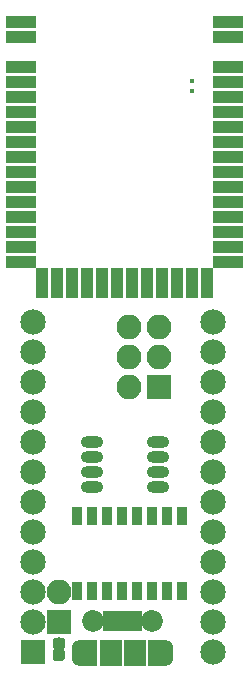
<source format=gbr>
G04 #@! TF.GenerationSoftware,KiCad,Pcbnew,(5.0.0)*
G04 #@! TF.CreationDate,2019-11-08T22:07:10-06:00*
G04 #@! TF.ProjectId,EByte_E73,45427974655F4537332E6B696361645F,rev?*
G04 #@! TF.SameCoordinates,Original*
G04 #@! TF.FileFunction,Soldermask,Top*
G04 #@! TF.FilePolarity,Negative*
%FSLAX46Y46*%
G04 Gerber Fmt 4.6, Leading zero omitted, Abs format (unit mm)*
G04 Created by KiCad (PCBNEW (5.0.0)) date 11/08/19 22:07:10*
%MOMM*%
%LPD*%
G01*
G04 APERTURE LIST*
%ADD10R,0.908000X1.543000*%
%ADD11R,2.152600X2.152600*%
%ADD12C,2.152600*%
%ADD13C,0.402000*%
%ADD14R,1.120000X2.600000*%
%ADD15R,2.600000X1.120000*%
%ADD16R,1.900000X2.300000*%
%ADD17C,1.850000*%
%ADD18R,0.800000X1.750000*%
%ADD19O,1.600000X2.300000*%
%ADD20R,1.600000X2.300000*%
%ADD21R,2.100000X2.100000*%
%ADD22O,2.100000X2.100000*%
%ADD23O,1.873200X1.009600*%
%ADD24C,0.100000*%
%ADD25C,0.990000*%
G04 APERTURE END LIST*
D10*
G04 #@! TO.C,U4*
X105283000Y-140589000D03*
X107823000Y-140589000D03*
X109093000Y-140589000D03*
X110363000Y-140589000D03*
X111633000Y-140589000D03*
X112903000Y-140589000D03*
X114173000Y-140589000D03*
X114173000Y-146939000D03*
X112903000Y-146939000D03*
X111633000Y-146939000D03*
X110363000Y-146939000D03*
X109093000Y-146939000D03*
X107823000Y-146939000D03*
X106553000Y-146939000D03*
X105283000Y-146939000D03*
X106553000Y-140589000D03*
G04 #@! TD*
D11*
G04 #@! TO.C,U2*
X101600000Y-152146000D03*
D12*
X101600000Y-149606000D03*
X101600000Y-147066000D03*
X101600000Y-144526000D03*
X101600000Y-141986000D03*
X101600000Y-139446000D03*
X101600000Y-136906000D03*
X101600000Y-134366000D03*
X101600000Y-131826000D03*
X101600000Y-129286000D03*
X101600000Y-126746000D03*
X101600000Y-124206000D03*
X116840000Y-124206000D03*
X116840000Y-126746000D03*
X116840000Y-129286000D03*
X116840000Y-131826000D03*
X116840000Y-134366000D03*
X116840000Y-136906000D03*
X116840000Y-139446000D03*
X116840000Y-141986000D03*
X116840000Y-144526000D03*
X116840000Y-147066000D03*
X116840000Y-149606000D03*
X116840000Y-152146000D03*
G04 #@! TD*
D13*
G04 #@! TO.C,JP2*
X115001040Y-103738260D03*
X115001040Y-104638260D03*
X115001040Y-104638260D03*
X115001040Y-103738260D03*
G04 #@! TD*
D14*
G04 #@! TO.C,U1*
X116332000Y-120904000D03*
X115062000Y-120904000D03*
X113792000Y-120904000D03*
X112522000Y-120904000D03*
X111252000Y-120904000D03*
X109982000Y-120904000D03*
X108712000Y-120904000D03*
X107442000Y-120904000D03*
X106172000Y-120904000D03*
X104902000Y-120904000D03*
X103632000Y-120904000D03*
X102362000Y-120904000D03*
D15*
X118110000Y-119126000D03*
X118110000Y-117856000D03*
X118110000Y-116586000D03*
X118110000Y-115316000D03*
X118110000Y-114046000D03*
X118110000Y-112776000D03*
X118110000Y-111506000D03*
X118110000Y-110236000D03*
X118110000Y-108966000D03*
X118110000Y-107696000D03*
X118110000Y-106426000D03*
X118110000Y-105156000D03*
X118110000Y-103886000D03*
X118110000Y-102616000D03*
X118110000Y-100076000D03*
X118110000Y-98806000D03*
X100584000Y-98806000D03*
X100584000Y-100076000D03*
X100584000Y-102616000D03*
X100584000Y-103886000D03*
X100584000Y-105156000D03*
X100584000Y-106426000D03*
X100584000Y-107696000D03*
X100584000Y-108966000D03*
X100584000Y-110236000D03*
X100584000Y-111506000D03*
X100584000Y-112776000D03*
X100584000Y-114046000D03*
X100584000Y-115316000D03*
X100584000Y-116586000D03*
X100584000Y-117856000D03*
X100584000Y-119126000D03*
G04 #@! TD*
D16*
G04 #@! TO.C,J1*
X110169200Y-152208980D03*
D17*
X106669200Y-149508980D03*
D18*
X108519200Y-149508980D03*
X107869200Y-149508980D03*
X110469200Y-149508980D03*
X109819200Y-149508980D03*
X109169200Y-149508980D03*
D17*
X111669200Y-149508980D03*
D16*
X108169200Y-152208980D03*
D19*
X105669200Y-152208980D03*
X112669200Y-152208980D03*
D20*
X112069200Y-152208980D03*
X106269200Y-152208980D03*
G04 #@! TD*
D21*
G04 #@! TO.C,J3*
X103759000Y-149606000D03*
D22*
X103759000Y-147066000D03*
G04 #@! TD*
D21*
G04 #@! TO.C,J2*
X112229900Y-129715260D03*
D22*
X109689900Y-129715260D03*
X112229900Y-127175260D03*
X109689900Y-127175260D03*
X112229900Y-124635260D03*
X109689900Y-124635260D03*
G04 #@! TD*
D23*
G04 #@! TO.C,U6*
X112141000Y-138176000D03*
X112141000Y-136906000D03*
X112141000Y-135636000D03*
X112141000Y-134366000D03*
X106553000Y-134366000D03*
X106553000Y-135636000D03*
X106553000Y-136906000D03*
X106553000Y-138176000D03*
G04 #@! TD*
D24*
G04 #@! TO.C,R7*
G36*
X104055759Y-150890192D02*
X104079785Y-150893756D01*
X104103345Y-150899657D01*
X104126214Y-150907840D01*
X104148171Y-150918224D01*
X104169004Y-150930711D01*
X104188512Y-150945180D01*
X104206509Y-150961491D01*
X104222820Y-150979488D01*
X104237289Y-150998996D01*
X104249776Y-151019829D01*
X104260160Y-151041786D01*
X104268343Y-151064655D01*
X104274244Y-151088215D01*
X104277808Y-151112241D01*
X104279000Y-151136500D01*
X104279000Y-151631500D01*
X104277808Y-151655759D01*
X104274244Y-151679785D01*
X104268343Y-151703345D01*
X104260160Y-151726214D01*
X104249776Y-151748171D01*
X104237289Y-151769004D01*
X104222820Y-151788512D01*
X104206509Y-151806509D01*
X104188512Y-151822820D01*
X104169004Y-151837289D01*
X104148171Y-151849776D01*
X104126214Y-151860160D01*
X104103345Y-151868343D01*
X104079785Y-151874244D01*
X104055759Y-151877808D01*
X104031500Y-151879000D01*
X103486500Y-151879000D01*
X103462241Y-151877808D01*
X103438215Y-151874244D01*
X103414655Y-151868343D01*
X103391786Y-151860160D01*
X103369829Y-151849776D01*
X103348996Y-151837289D01*
X103329488Y-151822820D01*
X103311491Y-151806509D01*
X103295180Y-151788512D01*
X103280711Y-151769004D01*
X103268224Y-151748171D01*
X103257840Y-151726214D01*
X103249657Y-151703345D01*
X103243756Y-151679785D01*
X103240192Y-151655759D01*
X103239000Y-151631500D01*
X103239000Y-151136500D01*
X103240192Y-151112241D01*
X103243756Y-151088215D01*
X103249657Y-151064655D01*
X103257840Y-151041786D01*
X103268224Y-151019829D01*
X103280711Y-150998996D01*
X103295180Y-150979488D01*
X103311491Y-150961491D01*
X103329488Y-150945180D01*
X103348996Y-150930711D01*
X103369829Y-150918224D01*
X103391786Y-150907840D01*
X103414655Y-150899657D01*
X103438215Y-150893756D01*
X103462241Y-150890192D01*
X103486500Y-150889000D01*
X104031500Y-150889000D01*
X104055759Y-150890192D01*
X104055759Y-150890192D01*
G37*
D25*
X103759000Y-151384000D03*
D24*
G36*
X104055759Y-151860192D02*
X104079785Y-151863756D01*
X104103345Y-151869657D01*
X104126214Y-151877840D01*
X104148171Y-151888224D01*
X104169004Y-151900711D01*
X104188512Y-151915180D01*
X104206509Y-151931491D01*
X104222820Y-151949488D01*
X104237289Y-151968996D01*
X104249776Y-151989829D01*
X104260160Y-152011786D01*
X104268343Y-152034655D01*
X104274244Y-152058215D01*
X104277808Y-152082241D01*
X104279000Y-152106500D01*
X104279000Y-152601500D01*
X104277808Y-152625759D01*
X104274244Y-152649785D01*
X104268343Y-152673345D01*
X104260160Y-152696214D01*
X104249776Y-152718171D01*
X104237289Y-152739004D01*
X104222820Y-152758512D01*
X104206509Y-152776509D01*
X104188512Y-152792820D01*
X104169004Y-152807289D01*
X104148171Y-152819776D01*
X104126214Y-152830160D01*
X104103345Y-152838343D01*
X104079785Y-152844244D01*
X104055759Y-152847808D01*
X104031500Y-152849000D01*
X103486500Y-152849000D01*
X103462241Y-152847808D01*
X103438215Y-152844244D01*
X103414655Y-152838343D01*
X103391786Y-152830160D01*
X103369829Y-152819776D01*
X103348996Y-152807289D01*
X103329488Y-152792820D01*
X103311491Y-152776509D01*
X103295180Y-152758512D01*
X103280711Y-152739004D01*
X103268224Y-152718171D01*
X103257840Y-152696214D01*
X103249657Y-152673345D01*
X103243756Y-152649785D01*
X103240192Y-152625759D01*
X103239000Y-152601500D01*
X103239000Y-152106500D01*
X103240192Y-152082241D01*
X103243756Y-152058215D01*
X103249657Y-152034655D01*
X103257840Y-152011786D01*
X103268224Y-151989829D01*
X103280711Y-151968996D01*
X103295180Y-151949488D01*
X103311491Y-151931491D01*
X103329488Y-151915180D01*
X103348996Y-151900711D01*
X103369829Y-151888224D01*
X103391786Y-151877840D01*
X103414655Y-151869657D01*
X103438215Y-151863756D01*
X103462241Y-151860192D01*
X103486500Y-151859000D01*
X104031500Y-151859000D01*
X104055759Y-151860192D01*
X104055759Y-151860192D01*
G37*
D25*
X103759000Y-152354000D03*
G04 #@! TD*
M02*

</source>
